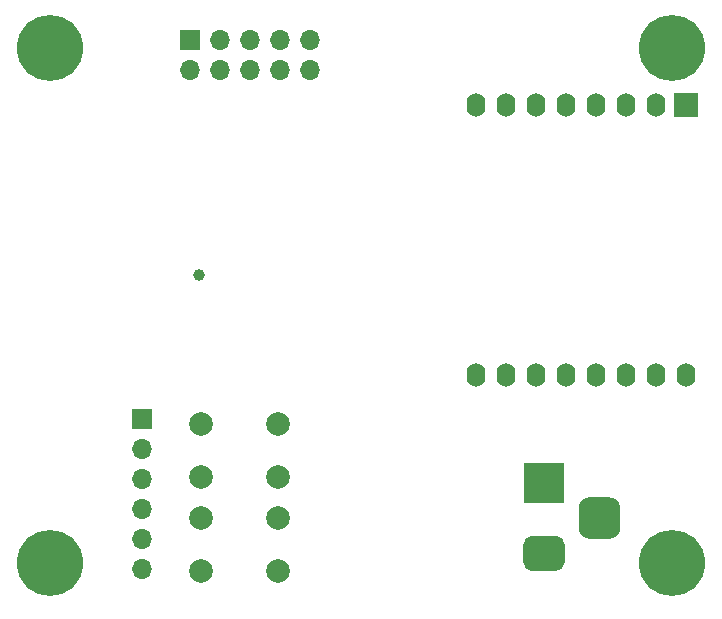
<source format=gbr>
%TF.GenerationSoftware,KiCad,Pcbnew,(5.1.10)-1*%
%TF.CreationDate,2021-11-06T01:00:33+01:00*%
%TF.ProjectId,xlAnchor,786c416e-6368-46f7-922e-6b696361645f,rev?*%
%TF.SameCoordinates,Original*%
%TF.FileFunction,Soldermask,Bot*%
%TF.FilePolarity,Negative*%
%FSLAX46Y46*%
G04 Gerber Fmt 4.6, Leading zero omitted, Abs format (unit mm)*
G04 Created by KiCad (PCBNEW (5.1.10)-1) date 2021-11-06 01:00:33*
%MOMM*%
%LPD*%
G01*
G04 APERTURE LIST*
%ADD10C,5.600000*%
%ADD11R,3.500000X3.500000*%
%ADD12O,1.700000X1.700000*%
%ADD13R,1.700000X1.700000*%
%ADD14C,1.000000*%
%ADD15O,1.600000X2.000000*%
%ADD16R,2.000000X2.000000*%
%ADD17C,2.000000*%
G04 APERTURE END LIST*
D10*
%TO.C,H4*%
X154800000Y-62800000D03*
%TD*%
%TO.C,H3*%
X102200000Y-19200000D03*
%TD*%
%TO.C,H2*%
X102200000Y-62800000D03*
%TD*%
%TO.C,H1*%
X154800000Y-19200000D03*
%TD*%
%TO.C,J3*%
G36*
G01*
X149575000Y-60750000D02*
X147825000Y-60750000D01*
G75*
G02*
X146950000Y-59875000I0J875000D01*
G01*
X146950000Y-58125000D01*
G75*
G02*
X147825000Y-57250000I875000J0D01*
G01*
X149575000Y-57250000D01*
G75*
G02*
X150450000Y-58125000I0J-875000D01*
G01*
X150450000Y-59875000D01*
G75*
G02*
X149575000Y-60750000I-875000J0D01*
G01*
G37*
G36*
G01*
X145000000Y-63500000D02*
X143000000Y-63500000D01*
G75*
G02*
X142250000Y-62750000I0J750000D01*
G01*
X142250000Y-61250000D01*
G75*
G02*
X143000000Y-60500000I750000J0D01*
G01*
X145000000Y-60500000D01*
G75*
G02*
X145750000Y-61250000I0J-750000D01*
G01*
X145750000Y-62750000D01*
G75*
G02*
X145000000Y-63500000I-750000J0D01*
G01*
G37*
D11*
X144000000Y-56000000D03*
%TD*%
D12*
%TO.C,J2*%
X110000000Y-63300000D03*
X110000000Y-60760000D03*
X110000000Y-58220000D03*
X110000000Y-55680000D03*
X110000000Y-53140000D03*
D13*
X110000000Y-50600000D03*
%TD*%
D14*
%TO.C,U2*%
X114820000Y-38435000D03*
%TD*%
D15*
%TO.C,U1*%
X156000000Y-46860000D03*
X153460000Y-46860000D03*
X150920000Y-46860000D03*
X148380000Y-46860000D03*
X145840000Y-46860000D03*
X143300000Y-46860000D03*
X140760000Y-46860000D03*
X138220000Y-46860000D03*
X138220000Y-24000000D03*
X140760000Y-24000000D03*
X143300000Y-24000000D03*
X145840000Y-24000000D03*
X148380000Y-24000000D03*
X150920000Y-24000000D03*
D16*
X156000000Y-24000000D03*
D15*
X153460000Y-24000000D03*
%TD*%
D17*
%TO.C,SW2*%
X121500000Y-51000000D03*
X121500000Y-55500000D03*
X115000000Y-51000000D03*
X115000000Y-55500000D03*
%TD*%
%TO.C,SW1*%
X121500000Y-59000000D03*
X121500000Y-63500000D03*
X115000000Y-59000000D03*
X115000000Y-63500000D03*
%TD*%
D12*
%TO.C,J1*%
X124160000Y-21040000D03*
X124160000Y-18500000D03*
X121620000Y-21040000D03*
X121620000Y-18500000D03*
X119080000Y-21040000D03*
X119080000Y-18500000D03*
X116540000Y-21040000D03*
X116540000Y-18500000D03*
X114000000Y-21040000D03*
D13*
X114000000Y-18500000D03*
%TD*%
M02*

</source>
